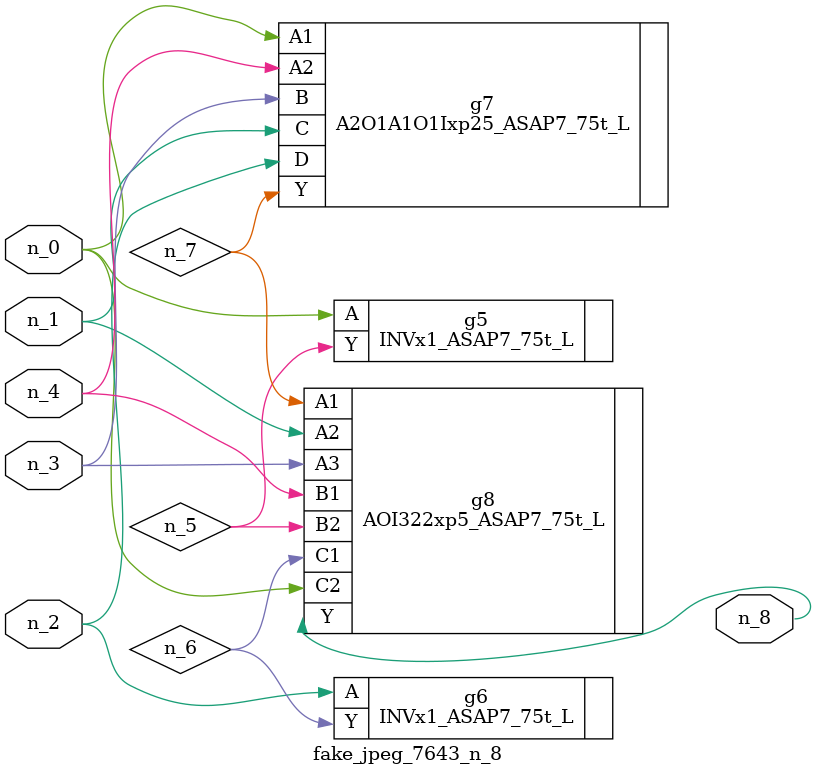
<source format=v>
module fake_jpeg_7643_n_8 (n_3, n_2, n_1, n_0, n_4, n_8);

input n_3;
input n_2;
input n_1;
input n_0;
input n_4;

output n_8;

wire n_6;
wire n_5;
wire n_7;

INVx1_ASAP7_75t_L g5 ( 
.A(n_0),
.Y(n_5)
);

INVx1_ASAP7_75t_L g6 ( 
.A(n_2),
.Y(n_6)
);

A2O1A1O1Ixp25_ASAP7_75t_L g7 ( 
.A1(n_0),
.A2(n_4),
.B(n_3),
.C(n_1),
.D(n_2),
.Y(n_7)
);

AOI322xp5_ASAP7_75t_L g8 ( 
.A1(n_7),
.A2(n_1),
.A3(n_3),
.B1(n_4),
.B2(n_5),
.C1(n_6),
.C2(n_0),
.Y(n_8)
);


endmodule
</source>
